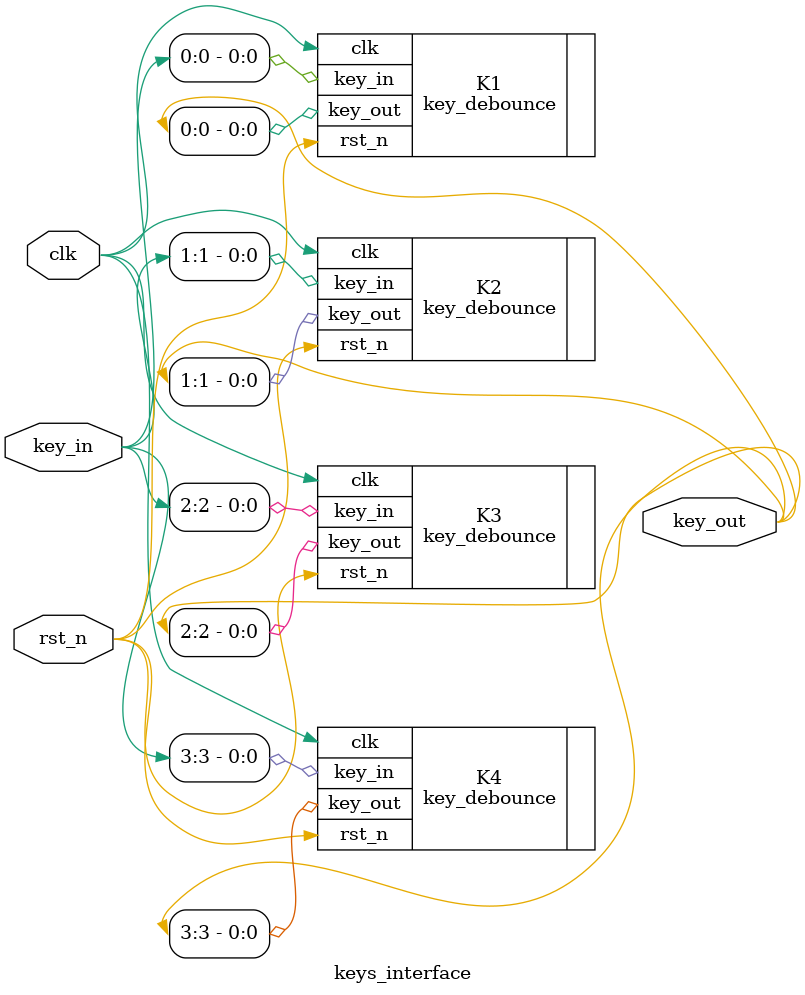
<source format=v>
`timescale 1ns / 1ps
module keys_interface
(
    input clk,
    input rst_n,
    
    input [3:0] key_in,
    output [3:0] key_out
);
    
    key_debounce K1
    (
        .clk(clk),
        .rst_n(rst_n),
        .key_in(key_in[0]),
        .key_out(key_out[0])
    );

    key_debounce K2
    (
        .clk(clk),
        .rst_n(rst_n),
        .key_in(key_in[1]),
        .key_out(key_out[1])
    );
    
    key_debounce K3
    (
        .clk(clk),
        .rst_n(rst_n),
        .key_in(key_in[2]),
        .key_out(key_out[2])
    );
    
    key_debounce K4
    (
        .clk(clk),
        .rst_n(rst_n),
        .key_in(key_in[3]),
        .key_out(key_out[3])
    );
    
endmodule

</source>
